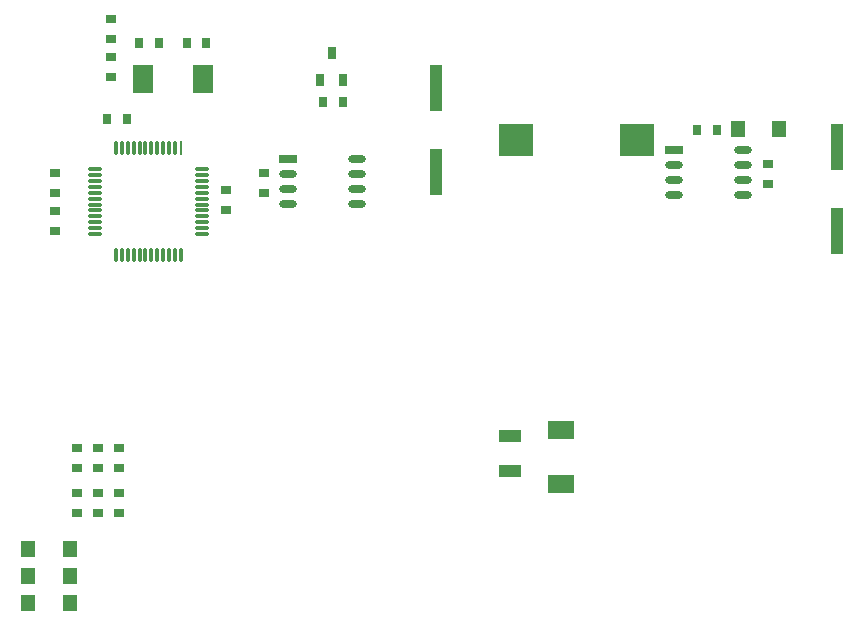
<source format=gtp>
G04 #@! TF.GenerationSoftware,KiCad,Pcbnew,(5.0.0-rc2-dev-130-g0bdae22af-dirty)*
G04 #@! TF.CreationDate,2019-01-26T14:37:01+02:00*
G04 #@! TF.ProjectId,right_keypad,72696768745F6B65797061642E6B6963,rev?*
G04 #@! TF.SameCoordinates,Original*
G04 #@! TF.FileFunction,Paste,Top*
G04 #@! TF.FilePolarity,Positive*
%FSLAX46Y46*%
G04 Gerber Fmt 4.6, Leading zero omitted, Abs format (unit mm)*
G04 Created by KiCad (PCBNEW (5.0.0-rc2-dev-130-g0bdae22af-dirty)) date Sat Jan 26 14:37:01 2019*
%MOMM*%
%LPD*%
G01*
G04 APERTURE LIST*
%ADD10R,0.939800X0.762000*%
%ADD11R,0.998220X3.997960*%
%ADD12R,0.762000X0.939800*%
%ADD13R,2.179320X1.617980*%
%ADD14R,1.297940X1.399540*%
%ADD15R,2.999740X2.799080*%
%ADD16R,1.524000X0.635000*%
%ADD17O,1.524000X0.635000*%
%ADD18R,0.279400X1.244600*%
%ADD19O,0.279400X1.244600*%
%ADD20O,1.244600X0.279400*%
%ADD21R,0.647700X1.049020*%
%ADD22R,1.699260X2.397760*%
%ADD23R,1.899920X0.998220*%
G04 APERTURE END LIST*
D10*
X118694200Y-74739500D03*
X118694200Y-76415900D03*
D11*
X124561600Y-80408780D03*
X124561600Y-73312020D03*
D10*
X76009500Y-77190600D03*
X76009500Y-75514200D03*
D12*
X69456300Y-64490600D03*
X71132700Y-64490600D03*
X67081400Y-64490600D03*
X65405000Y-64490600D03*
X112649000Y-71894700D03*
X114325400Y-71894700D03*
X64389000Y-70916800D03*
X62712600Y-70916800D03*
D10*
X72796400Y-76987400D03*
X72796400Y-78663800D03*
D11*
X90576400Y-75430380D03*
X90576400Y-68333620D03*
D12*
X80987900Y-69532500D03*
X82664300Y-69532500D03*
D13*
X101193600Y-97256600D03*
X101193600Y-101854000D03*
D10*
X58318400Y-80429100D03*
X58318400Y-78752700D03*
D14*
X119634000Y-71767700D03*
X116103400Y-71767700D03*
D10*
X63093600Y-62471300D03*
X63093600Y-64147700D03*
D14*
X59575700Y-109626400D03*
X56045100Y-109626400D03*
X59575700Y-107391200D03*
X56045100Y-107391200D03*
X59575700Y-111912400D03*
X56045100Y-111912400D03*
D15*
X107612180Y-72694800D03*
X97315020Y-72694800D03*
D10*
X58318400Y-77190600D03*
X58318400Y-75514200D03*
X63093600Y-65709800D03*
X63093600Y-67386200D03*
X61937900Y-98831400D03*
X61937900Y-100507800D03*
X60159900Y-98831400D03*
X60159900Y-100507800D03*
X63754000Y-98793300D03*
X63754000Y-100469700D03*
X61925200Y-104317800D03*
X61925200Y-102641400D03*
X60147200Y-104317800D03*
X60147200Y-102641400D03*
X63754000Y-104317800D03*
X63754000Y-102641400D03*
D16*
X78036007Y-74323645D03*
D17*
X78036007Y-75593645D03*
X78036007Y-76863645D03*
X78036007Y-78133645D03*
X83878007Y-78133645D03*
X83878007Y-76863645D03*
X83878007Y-75593645D03*
X83878007Y-74323645D03*
D18*
X68966080Y-73400920D03*
D19*
X68465700Y-73400920D03*
X67965320Y-73400920D03*
X67467480Y-73400920D03*
X66967100Y-73400920D03*
X66466720Y-73400920D03*
X65968880Y-73400920D03*
X65468500Y-73400920D03*
X64968120Y-73400920D03*
X64470280Y-73400920D03*
X63969900Y-73400920D03*
X63469520Y-73400920D03*
D20*
X61671200Y-75199240D03*
X61671200Y-75699620D03*
X61671200Y-76200000D03*
X61671200Y-76697840D03*
X61671200Y-77198220D03*
X61671200Y-77698600D03*
X61671200Y-78196440D03*
X61671200Y-78696820D03*
X61671200Y-79197200D03*
X61671200Y-79695040D03*
X61671200Y-80195420D03*
X61671200Y-80695800D03*
D19*
X63469520Y-82494120D03*
X63969900Y-82494120D03*
X64470280Y-82494120D03*
X64968120Y-82494120D03*
X65468500Y-82494120D03*
X65968880Y-82494120D03*
X66466720Y-82494120D03*
X66967100Y-82494120D03*
X67467480Y-82494120D03*
X67965320Y-82494120D03*
X68465700Y-82494120D03*
X68966080Y-82494120D03*
D20*
X70764400Y-80695800D03*
X70764400Y-80195420D03*
X70764400Y-79695040D03*
X70764400Y-79197200D03*
X70764400Y-78696820D03*
X70764400Y-78196440D03*
X70764400Y-77698600D03*
X70764400Y-77198220D03*
X70764400Y-76697840D03*
X70764400Y-76200000D03*
X70764400Y-75699620D03*
X70764400Y-75199240D03*
D16*
X110759650Y-73594445D03*
D17*
X110759650Y-74864445D03*
X110759650Y-76134445D03*
X110759650Y-77404445D03*
X116601650Y-77404445D03*
X116601650Y-76134445D03*
X116601650Y-74864445D03*
X116601650Y-73594445D03*
D21*
X80771951Y-67661190D03*
X82671871Y-67661190D03*
X81721911Y-65365030D03*
D22*
X70815200Y-67538600D03*
X65735200Y-67538600D03*
D23*
X96824800Y-97790000D03*
X96824800Y-100787200D03*
M02*

</source>
